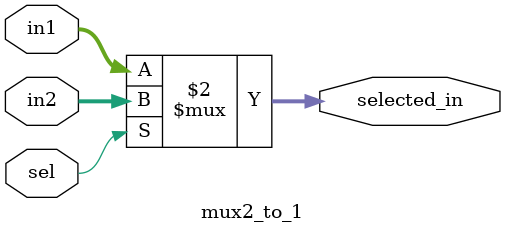
<source format=v>
module mux2_to_1 (
    input [31:0] in1, in2,
    input sel,
    output [31:0] selected_in
);
    assign selected_in = (sel == 1'b0) ? in1 : in2;
endmodule

// This is a helper used at many areas
</source>
